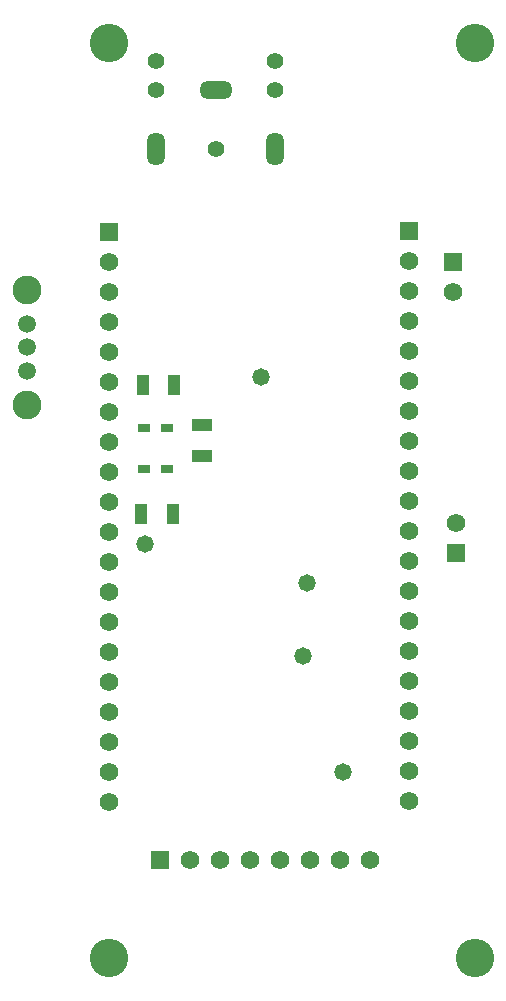
<source format=gbs>
G04*
G04 #@! TF.GenerationSoftware,Altium Limited,Altium Designer,22.0.2 (36)*
G04*
G04 Layer_Color=16711935*
%FSLAX25Y25*%
%MOIN*%
G70*
G04*
G04 #@! TF.SameCoordinates,7C6212BA-1BE9-4310-A8C3-E6ACAF7CF704*
G04*
G04*
G04 #@! TF.FilePolarity,Negative*
G04*
G01*
G75*
%ADD34C,0.05524*%
%ADD35O,0.05950X0.11099*%
%ADD36O,0.11099X0.05950*%
%ADD37C,0.05950*%
%ADD38C,0.09658*%
%ADD39C,0.06181*%
%ADD40R,0.06181X0.06181*%
%ADD41R,0.06181X0.06181*%
%ADD42C,0.12800*%
%ADD43C,0.05800*%
%ADD54R,0.04343X0.07099*%
%ADD55R,0.03950X0.02769*%
%ADD56R,0.07099X0.04343*%
D34*
X397315Y412685D02*
D03*
Y422528D02*
D03*
X417000Y393000D02*
D03*
X436685Y412685D02*
D03*
Y422528D02*
D03*
D35*
Y393000D02*
D03*
X397315D02*
D03*
D36*
X417000Y412685D02*
D03*
D37*
X354000Y327000D02*
D03*
Y319126D02*
D03*
Y334874D02*
D03*
D38*
Y307906D02*
D03*
Y346094D02*
D03*
D39*
X468500Y156000D02*
D03*
X458500D02*
D03*
X448500D02*
D03*
X438500D02*
D03*
X428500D02*
D03*
X418500D02*
D03*
X408500D02*
D03*
X381500Y355500D02*
D03*
Y345500D02*
D03*
Y335500D02*
D03*
Y325500D02*
D03*
Y315500D02*
D03*
Y305500D02*
D03*
Y295500D02*
D03*
Y285500D02*
D03*
Y275500D02*
D03*
Y265500D02*
D03*
Y255500D02*
D03*
Y245500D02*
D03*
Y235500D02*
D03*
Y225500D02*
D03*
Y215500D02*
D03*
Y205500D02*
D03*
Y195500D02*
D03*
Y185500D02*
D03*
Y175500D02*
D03*
X481500Y355795D02*
D03*
Y345795D02*
D03*
Y335795D02*
D03*
Y325795D02*
D03*
Y315795D02*
D03*
Y305795D02*
D03*
Y295795D02*
D03*
Y285795D02*
D03*
Y275795D02*
D03*
Y265795D02*
D03*
Y255795D02*
D03*
Y245795D02*
D03*
Y235795D02*
D03*
Y225795D02*
D03*
Y215795D02*
D03*
Y205795D02*
D03*
Y195795D02*
D03*
Y185795D02*
D03*
Y175795D02*
D03*
X497000Y268500D02*
D03*
X496000Y345500D02*
D03*
D40*
X398500Y156000D02*
D03*
D41*
X381500Y365500D02*
D03*
X481500Y365795D02*
D03*
X497000Y258500D02*
D03*
X496000Y355500D02*
D03*
D42*
X381500Y428500D02*
D03*
X503500D02*
D03*
Y123500D02*
D03*
X381500D02*
D03*
D43*
X447500Y248500D02*
D03*
X446000Y224000D02*
D03*
X459500Y185500D02*
D03*
X393500Y261500D02*
D03*
X432000Y317000D02*
D03*
D54*
X392185Y271500D02*
D03*
X402815D02*
D03*
X403315Y314500D02*
D03*
X392685D02*
D03*
D55*
X400937Y286500D02*
D03*
X393063D02*
D03*
Y300000D02*
D03*
X400937D02*
D03*
D56*
X412500Y301315D02*
D03*
Y290685D02*
D03*
M02*

</source>
